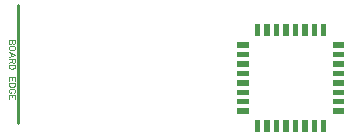
<source format=gbr>
G04 DipTrace 2.4.0.2*
%INTopAssy.gbr*%
%MOIN*%
%ADD10C,0.0098*%
%ADD12C,0.003*%
%FSLAX44Y44*%
G04*
G70*
G90*
G75*
G01*
%LNTopAssy*%
%LPD*%
G36*
X7050Y5842D2*
X7440D1*
Y6022D1*
X7050D1*
Y5842D1*
G37*
G36*
Y5527D2*
X7440D1*
Y5707D1*
X7050D1*
Y5527D1*
G37*
G36*
Y5212D2*
X7440D1*
Y5393D1*
X7050D1*
Y5212D1*
G37*
G36*
Y4897D2*
X7440D1*
Y5078D1*
X7050D1*
Y4897D1*
G37*
G36*
Y4582D2*
X7440D1*
Y4763D1*
X7050D1*
Y4582D1*
G37*
G36*
Y4267D2*
X7440D1*
Y4448D1*
X7050D1*
Y4267D1*
G37*
G36*
Y3953D2*
X7440D1*
Y4133D1*
X7050D1*
Y3953D1*
G37*
G36*
Y3638D2*
X7440D1*
Y3818D1*
X7050D1*
Y3638D1*
G37*
G36*
X7648Y3040D2*
X7828D1*
Y3430D1*
X7648D1*
Y3040D1*
G37*
G36*
X7963D2*
X8143D1*
Y3430D1*
X7963D1*
Y3040D1*
G37*
G36*
X8277D2*
X8458D1*
Y3430D1*
X8277D1*
Y3040D1*
G37*
G36*
X8592D2*
X8773D1*
Y3430D1*
X8592D1*
Y3040D1*
G37*
G36*
X8907D2*
X9088D1*
Y3430D1*
X8907D1*
Y3040D1*
G37*
G36*
X9222D2*
X9403D1*
Y3430D1*
X9222D1*
Y3040D1*
G37*
G36*
X9537D2*
X9717D1*
Y3430D1*
X9537D1*
Y3040D1*
G37*
G36*
X9852D2*
X10032D1*
Y3430D1*
X9852D1*
Y3040D1*
G37*
G36*
X10240Y3638D2*
X10630D1*
Y3818D1*
X10240D1*
Y3638D1*
G37*
G36*
Y3953D2*
X10630D1*
Y4133D1*
X10240D1*
Y3953D1*
G37*
G36*
Y4267D2*
X10630D1*
Y4448D1*
X10240D1*
Y4267D1*
G37*
G36*
Y4582D2*
X10630D1*
Y4763D1*
X10240D1*
Y4582D1*
G37*
G36*
Y4897D2*
X10630D1*
Y5078D1*
X10240D1*
Y4897D1*
G37*
G36*
Y5212D2*
X10630D1*
Y5393D1*
X10240D1*
Y5212D1*
G37*
G36*
Y5527D2*
X10630D1*
Y5707D1*
X10240D1*
Y5527D1*
G37*
G36*
Y5842D2*
X10630D1*
Y6022D1*
X10240D1*
Y5842D1*
G37*
G36*
X9852Y6230D2*
X10032D1*
Y6620D1*
X9852D1*
Y6230D1*
G37*
G36*
X9537D2*
X9717D1*
Y6620D1*
X9537D1*
Y6230D1*
G37*
G36*
X9222D2*
X9403D1*
Y6620D1*
X9222D1*
Y6230D1*
G37*
G36*
X8907D2*
X9088D1*
Y6620D1*
X8907D1*
Y6230D1*
G37*
G36*
X8592D2*
X8773D1*
Y6620D1*
X8592D1*
Y6230D1*
G37*
G36*
X8277D2*
X8458D1*
Y6620D1*
X8277D1*
Y6230D1*
G37*
G36*
X7963D2*
X8143D1*
Y6620D1*
X7963D1*
Y6230D1*
G37*
G36*
X7648D2*
X7828D1*
Y6620D1*
X7648D1*
Y6230D1*
G37*
X-248Y7279D2*
D10*
Y3342D1*
X-350Y4727D2*
D12*
Y4851D1*
X-551D1*
Y4727D1*
X-445Y4851D2*
Y4774D1*
X-350Y4665D2*
X-551D1*
Y4598D1*
X-541Y4569D1*
X-522Y4550D1*
X-503Y4540D1*
X-474Y4531D1*
X-426D1*
X-397Y4540D1*
X-378Y4550D1*
X-359Y4569D1*
X-350Y4598D1*
Y4665D1*
X-397Y4326D2*
X-378Y4335D1*
X-359Y4354D1*
X-350Y4373D1*
Y4412D1*
X-359Y4431D1*
X-378Y4450D1*
X-397Y4460D1*
X-426Y4469D1*
X-474D1*
X-503Y4460D1*
X-522Y4450D1*
X-541Y4431D1*
X-551Y4412D1*
Y4373D1*
X-541Y4354D1*
X-522Y4335D1*
X-503Y4326D1*
X-474D1*
Y4373D1*
X-350Y4140D2*
Y4264D1*
X-551D1*
Y4140D1*
X-445Y4264D2*
Y4187D1*
X-354Y6099D2*
X-555D1*
Y6013D1*
X-545Y5984D1*
X-535Y5974D1*
X-516Y5965D1*
X-488D1*
X-468Y5974D1*
X-459Y5984D1*
X-449Y6013D1*
X-440Y5984D1*
X-430Y5974D1*
X-411Y5965D1*
X-392D1*
X-373Y5974D1*
X-363Y5984D1*
X-354Y6013D1*
Y6099D1*
X-449D2*
Y6013D1*
X-354Y5846D2*
X-363Y5865D1*
X-382Y5884D1*
X-401Y5894D1*
X-430Y5903D1*
X-478D1*
X-507Y5894D1*
X-526Y5884D1*
X-545Y5865D1*
X-555Y5846D1*
Y5807D1*
X-545Y5788D1*
X-526Y5769D1*
X-507Y5760D1*
X-478Y5750D1*
X-430D1*
X-401Y5760D1*
X-382Y5769D1*
X-363Y5788D1*
X-354Y5807D1*
Y5846D1*
X-555Y5535D2*
X-354Y5612D1*
X-555Y5688D1*
X-488Y5660D2*
Y5564D1*
X-449Y5473D2*
Y5387D1*
X-440Y5359D1*
X-430Y5349D1*
X-411Y5339D1*
X-392D1*
X-373Y5349D1*
X-363Y5359D1*
X-354Y5387D1*
Y5473D1*
X-555D1*
X-449Y5406D2*
X-555Y5339D1*
X-354Y5278D2*
X-555D1*
Y5211D1*
X-545Y5182D1*
X-526Y5163D1*
X-507Y5153D1*
X-478Y5144D1*
X-430D1*
X-401Y5153D1*
X-382Y5163D1*
X-363Y5182D1*
X-354Y5211D1*
Y5278D1*
M02*

</source>
